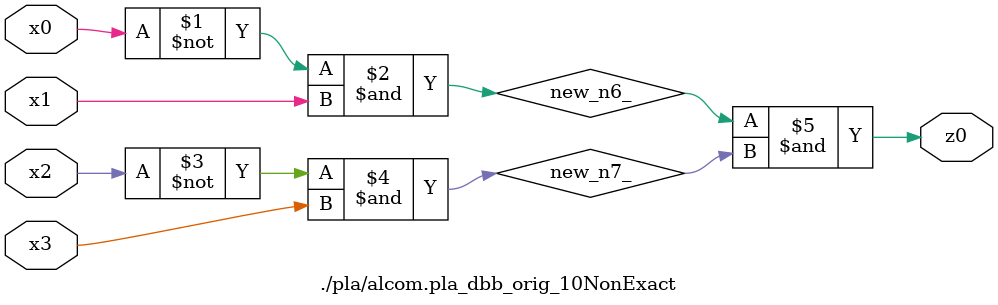
<source format=v>

module \./pla/alcom.pla_dbb_orig_10NonExact  ( 
    x0, x1, x2, x3,
    z0  );
  input  x0, x1, x2, x3;
  output z0;
  wire new_n6_, new_n7_;
  assign new_n6_ = ~x0 & x1;
  assign new_n7_ = ~x2 & x3;
  assign z0 = new_n6_ & new_n7_;
endmodule



</source>
